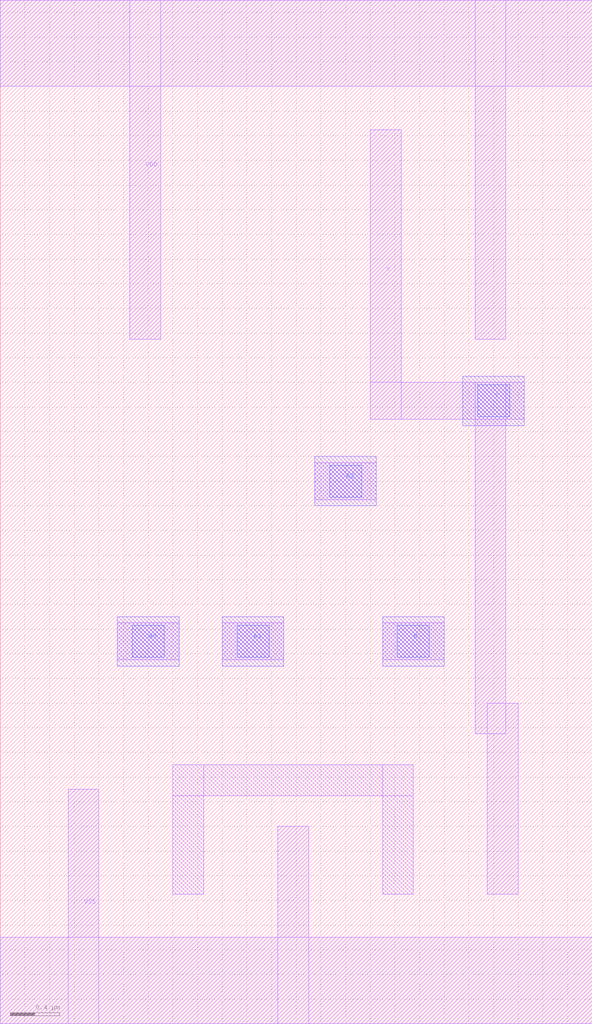
<source format=lef>
# Copyright 2022 Google LLC
# Licensed under the Apache License, Version 2.0 (the "License");
# you may not use this file except in compliance with the License.
# You may obtain a copy of the License at
#
#      http://www.apache.org/licenses/LICENSE-2.0
#
# Unless required by applicable law or agreed to in writing, software
# distributed under the License is distributed on an "AS IS" BASIS,
# WITHOUT WARRANTIES OR CONDITIONS OF ANY KIND, either express or implied.
# See the License for the specific language governing permissions and
# limitations under the License.
VERSION 5.7 ;
BUSBITCHARS "[]" ;
DIVIDERCHAR "/" ;

MACRO gf180mcu_osu_sc_gp12t3v3__oai31_1
  CLASS CORE ;
  ORIGIN 0 0 ;
  FOREIGN gf180mcu_osu_sc_gp12t3v3__oai31_1 0 0 ;
  SIZE 4.8 BY 8.3 ;
  SYMMETRY X Y ;
  SITE gf180mcu_osu_sc_gp12t3v3 ;
  PIN VDD
    DIRECTION INOUT ;
    USE POWER ;
    SHAPE ABUTMENT ;
    PORT
      LAYER Metal1 ;
        RECT 0 7.6 4.8 8.3 ;
        RECT 3.85 5.55 4.1 8.3 ;
        RECT 1.05 5.55 1.3 8.3 ;
    END
  END VDD
  PIN VSS
    DIRECTION INOUT ;
    USE GROUND ;
    SHAPE ABUTMENT ;
    PORT
      LAYER Metal1 ;
        RECT 0 0 4.8 0.7 ;
        RECT 2.25 0 2.5 1.6 ;
        RECT 0.55 0 0.8 1.9 ;
    END
  END VSS
  PIN A0
    DIRECTION INPUT ;
    USE SIGNAL ;
    PORT
      LAYER Metal1 ;
        RECT 0.95 2.95 1.45 3.25 ;
      LAYER Metal2 ;
        RECT 0.95 2.9 1.45 3.3 ;
      LAYER Via1 ;
        RECT 1.07 2.97 1.33 3.23 ;
    END
  END A0
  PIN A1
    DIRECTION INPUT ;
    USE SIGNAL ;
    PORT
      LAYER Metal1 ;
        RECT 1.8 2.95 2.3 3.25 ;
      LAYER Metal2 ;
        RECT 1.8 2.9 2.3 3.3 ;
      LAYER Via1 ;
        RECT 1.92 2.97 2.18 3.23 ;
    END
  END A1
  PIN A2
    DIRECTION INPUT ;
    USE SIGNAL ;
    PORT
      LAYER Metal1 ;
        RECT 2.55 4.25 3.05 4.55 ;
      LAYER Metal2 ;
        RECT 2.55 4.2 3.05 4.6 ;
      LAYER Via1 ;
        RECT 2.67 4.27 2.93 4.53 ;
    END
  END A2
  PIN B
    DIRECTION INPUT ;
    USE SIGNAL ;
    PORT
      LAYER Metal1 ;
        RECT 3.1 2.95 3.6 3.25 ;
      LAYER Metal2 ;
        RECT 3.1 2.9 3.6 3.3 ;
      LAYER Via1 ;
        RECT 3.22 2.97 3.48 3.23 ;
    END
  END B
  PIN Y
    DIRECTION OUTPUT ;
    USE SIGNAL ;
    PORT
      LAYER Metal1 ;
        RECT 3 4.9 4.25 5.2 ;
        RECT 3.95 1.05 4.2 2.6 ;
        RECT 3.85 2.35 4.1 5.2 ;
        RECT 3 4.9 3.25 7.25 ;
      LAYER Metal2 ;
        RECT 3.75 4.85 4.25 5.25 ;
      LAYER Via1 ;
        RECT 3.87 4.92 4.13 5.18 ;
    END
  END Y
  OBS
    LAYER Metal1 ;
      RECT 1.4 1.85 3.35 2.1 ;
      RECT 3.1 1.05 3.35 2.1 ;
      RECT 1.4 1.05 1.65 2.1 ;
  END
END gf180mcu_osu_sc_gp12t3v3__oai31_1

</source>
